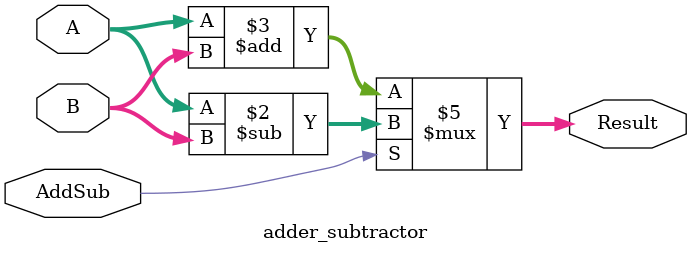
<source format=v>
module adder_subtractor (AddSub, A, B, Result);
	input AddSub;
	input [8:0] A, B;
	output reg [8:0] Result;
	
	always @ (AddSub, A, B)
	if (AddSub)
		Result <= A - B;
	else
		Result <= A + B;
endmodule
</source>
